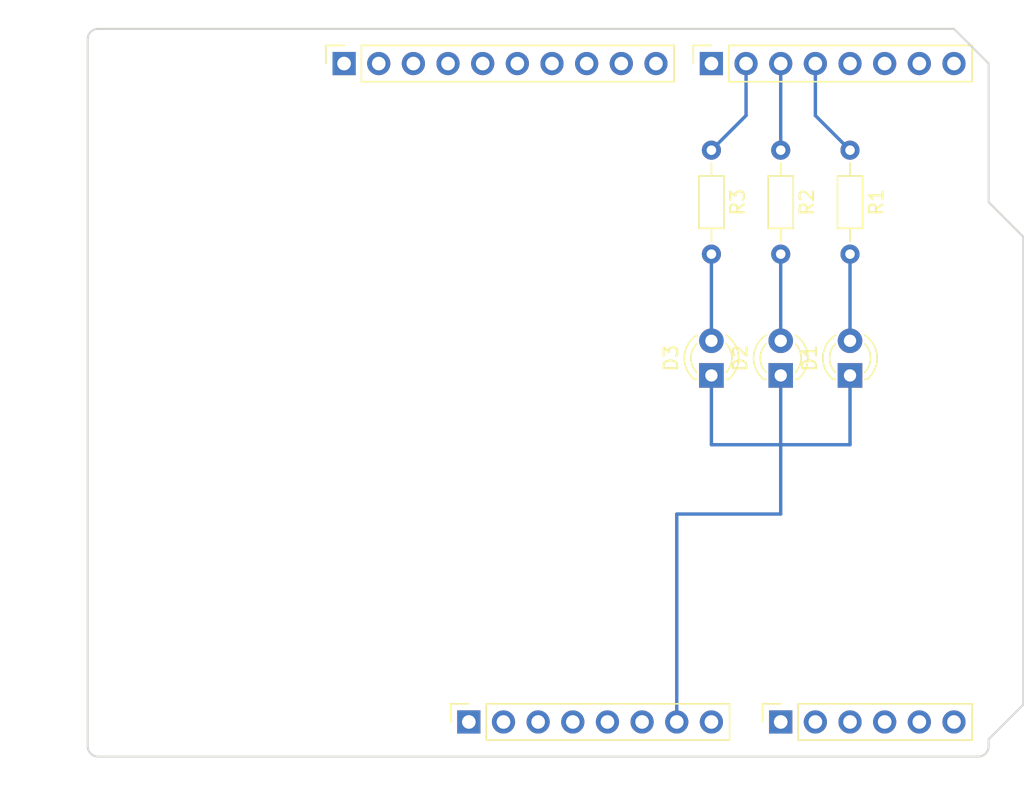
<source format=kicad_pcb>
(kicad_pcb (version 20221018) (generator pcbnew)
  (title_block (date "mar. 31 mars 2015"))
  (layers (0 "F.Cu" signal) (31 "B.Cu" signal) (34 "B.Paste" user) (35 "F.Paste" user) (36 "B.SilkS" user "B.Silkscreen") (37 "F.SilkS" user "F.Silkscreen") (38 "B.Mask" user) (39 "F.Mask" user) (44 "Edge.Cuts" user))
  (net 0 "")
  (net 1 "GND")
  (net 3 "+5V")
  (net 4 "/IOREF")
  (net 5 "/A0")
  (net 6 "/A1")
  (net 7 "/A2")
  (net 8 "/A3")
  (net 9 "/SDA{slash}A4")
  (net 10 "/SCL{slash}A5")
  (net 11 "/13")
  (net 12 "/12")
  (net 13 "/AREF")
  (net 14 "/8")
  (net 15 "/7")
  (net 16 "/*11")
  (net 17 "/*10")
  (net 18 "/*9")
  (net 19 "/4")
  (net 20 "/2")
  (net 21 "/*6")
  (net 22 "/*5")
  (net 23 "/TX{slash}1")
  (net 24 "/*3")
  (net 25 "/RX{slash}0")
  (net 26 "+3V3")
  (net 27 "VCC")
  (net 28 "/~{RESET}")
  (net 29 "Net-(D1-A)")
  (net 30 "Net-(D2-A)")
  (net 31 "Net-(D3-A)")
  (footprint "Connector_PinSocket_2.54mm:PinSocket_1x08_P2.54mm_Vertical" (layer "F.Cu") (at 127.94 97.46 90)
    (fp_text reference "J1" hide)
    (fp_text value "Power")
    (fp_line (start -1.33 1.27) (end -1.33 19.11) (stroke (width 0.12)) (layer "F.SilkS"))
    (fp_line (start -1.33 1.27) (end 1.33 1.27) (stroke (width 0.12)) (layer "F.SilkS"))
    (fp_line (start -1.33 19.11) (end 1.33 19.11) (stroke (width 0.12)) (layer "F.SilkS"))
    (fp_line (start 0 -1.33) (end 1.33 -1.33) (stroke (width 0.12)) (layer "F.SilkS"))
    (fp_line (start 1.33 -1.33) (end 1.33 0) (stroke (width 0.12)) (layer "F.SilkS"))
    (fp_line (start 1.33 1.27) (end 1.33 19.11) (stroke (width 0.12)) (layer "F.SilkS"))
    (pad "1" thru_hole rect locked (at 0 0 90) (size 1.7 1.7) (drill 1) (layers "*.Cu" "*.Mask"))
    (pad "2" thru_hole oval locked (at 0 2.54 90) (size 1.7 1.7) (drill 1) (layers "*.Cu" "*.Mask") (net 4 "/IOREF"))
    (pad "3" thru_hole oval locked (at 0 5.08 90) (size 1.7 1.7) (drill 1) (layers "*.Cu" "*.Mask") (net 28 "/~{RESET}"))
    (pad "4" thru_hole oval locked (at 0 7.62 90) (size 1.7 1.7) (drill 1) (layers "*.Cu" "*.Mask") (net 26 "+3V3"))
    (pad "5" thru_hole oval locked (at 0 10.16 90) (size 1.7 1.7) (drill 1) (layers "*.Cu" "*.Mask") (net 3 "+5V"))
    (pad "6" thru_hole oval locked (at 0 12.7 90) (size 1.7 1.7) (drill 1) (layers "*.Cu" "*.Mask") (net 1 "GND"))
    (pad "7" thru_hole oval locked (at 0 15.24 90) (size 1.7 1.7) (drill 1) (layers "*.Cu" "*.Mask") (net 1 "GND"))
    (pad "8" thru_hole oval locked (at 0 17.78 90) (size 1.7 1.7) (drill 1) (layers "*.Cu" "*.Mask") (net 27 "VCC"))
  )
  (footprint "Connector_PinSocket_2.54mm:PinSocket_1x06_P2.54mm_Vertical" (layer "F.Cu") (at 150.8 97.46 90)
    (fp_text reference "J3" hide)
    (fp_text value "Analog")
    (fp_line (start -1.33 1.27) (end -1.33 14.03) (stroke (width 0.12)) (layer "F.SilkS"))
    (fp_line (start -1.33 1.27) (end 1.33 1.27) (stroke (width 0.12)) (layer "F.SilkS"))
    (fp_line (start -1.33 14.03) (end 1.33 14.03) (stroke (width 0.12)) (layer "F.SilkS"))
    (fp_line (start 0 -1.33) (end 1.33 -1.33) (stroke (width 0.12)) (layer "F.SilkS"))
    (fp_line (start 1.33 -1.33) (end 1.33 0) (stroke (width 0.12)) (layer "F.SilkS"))
    (fp_line (start 1.33 1.27) (end 1.33 14.03) (stroke (width 0.12)) (layer "F.SilkS"))
    (pad "1" thru_hole rect locked (at 0 0 90) (size 1.7 1.7) (drill 1) (layers "*.Cu" "*.Mask") (net 5 "/A0"))
    (pad "2" thru_hole oval locked (at 0 2.54 90) (size 1.7 1.7) (drill 1) (layers "*.Cu" "*.Mask") (net 6 "/A1"))
    (pad "3" thru_hole oval locked (at 0 5.08 90) (size 1.7 1.7) (drill 1) (layers "*.Cu" "*.Mask") (net 7 "/A2"))
    (pad "4" thru_hole oval locked (at 0 7.62 90) (size 1.7 1.7) (drill 1) (layers "*.Cu" "*.Mask") (net 8 "/A3"))
    (pad "5" thru_hole oval locked (at 0 10.16 90) (size 1.7 1.7) (drill 1) (layers "*.Cu" "*.Mask") (net 9 "/SDA{slash}A4"))
    (pad "6" thru_hole oval locked (at 0 12.7 90) (size 1.7 1.7) (drill 1) (layers "*.Cu" "*.Mask") (net 10 "/SCL{slash}A5"))
  )
  (footprint "Connector_PinSocket_2.54mm:PinSocket_1x10_P2.54mm_Vertical" (layer "F.Cu") (at 118.796 49.2 90)
    (fp_text reference "J2" hide)
    (fp_text value "Digital/PWM")
    (fp_line (start -1.33 1.27) (end -1.33 24.19) (stroke (width 0.12)) (layer "F.SilkS"))
    (fp_line (start -1.33 1.27) (end 1.33 1.27) (stroke (width 0.12)) (layer "F.SilkS"))
    (fp_line (start -1.33 24.19) (end 1.33 24.19) (stroke (width 0.12)) (layer "F.SilkS"))
    (fp_line (start 0 -1.33) (end 1.33 -1.33) (stroke (width 0.12)) (layer "F.SilkS"))
    (fp_line (start 1.33 -1.33) (end 1.33 0) (stroke (width 0.12)) (layer "F.SilkS"))
    (fp_line (start 1.33 1.27) (end 1.33 24.19) (stroke (width 0.12)) (layer "F.SilkS"))
    (pad "1" thru_hole rect locked (at 0 0 90) (size 1.7 1.7) (drill 1) (layers "*.Cu" "*.Mask") (net 10 "/SCL{slash}A5"))
    (pad "2" thru_hole oval locked (at 0 2.54 90) (size 1.7 1.7) (drill 1) (layers "*.Cu" "*.Mask") (net 9 "/SDA{slash}A4"))
    (pad "3" thru_hole oval locked (at 0 5.08 90) (size 1.7 1.7) (drill 1) (layers "*.Cu" "*.Mask") (net 13 "/AREF"))
    (pad "4" thru_hole oval locked (at 0 7.62 90) (size 1.7 1.7) (drill 1) (layers "*.Cu" "*.Mask") (net 1 "GND"))
    (pad "5" thru_hole oval locked (at 0 10.16 90) (size 1.7 1.7) (drill 1) (layers "*.Cu" "*.Mask") (net 11 "/13"))
    (pad "6" thru_hole oval locked (at 0 12.7 90) (size 1.7 1.7) (drill 1) (layers "*.Cu" "*.Mask") (net 12 "/12"))
    (pad "7" thru_hole oval locked (at 0 15.24 90) (size 1.7 1.7) (drill 1) (layers "*.Cu" "*.Mask") (net 16 "/*11"))
    (pad "8" thru_hole oval locked (at 0 17.78 90) (size 1.7 1.7) (drill 1) (layers "*.Cu" "*.Mask") (net 17 "/*10"))
    (pad "9" thru_hole oval locked (at 0 20.32 90) (size 1.7 1.7) (drill 1) (layers "*.Cu" "*.Mask") (net 18 "/*9"))
    (pad "10" thru_hole oval locked (at 0 22.86 90) (size 1.7 1.7) (drill 1) (layers "*.Cu" "*.Mask") (net 14 "/8"))
  )
  (footprint "Connector_PinSocket_2.54mm:PinSocket_1x08_P2.54mm_Vertical" (layer "F.Cu") (at 145.72 49.2 90)
    (fp_text reference "J4" hide)
    (fp_text value "Digital/PWM")
    (fp_line (start -1.33 1.27) (end -1.33 19.11) (stroke (width 0.12)) (layer "F.SilkS"))
    (fp_line (start -1.33 1.27) (end 1.33 1.27) (stroke (width 0.12)) (layer "F.SilkS"))
    (fp_line (start -1.33 19.11) (end 1.33 19.11) (stroke (width 0.12)) (layer "F.SilkS"))
    (fp_line (start 0 -1.33) (end 1.33 -1.33) (stroke (width 0.12)) (layer "F.SilkS"))
    (fp_line (start 1.33 -1.33) (end 1.33 0) (stroke (width 0.12)) (layer "F.SilkS"))
    (fp_line (start 1.33 1.27) (end 1.33 19.11) (stroke (width 0.12)) (layer "F.SilkS"))
    (pad "1" thru_hole rect locked (at 0 0 90) (size 1.7 1.7) (drill 1) (layers "*.Cu" "*.Mask") (net 15 "/7"))
    (pad "2" thru_hole oval locked (at 0 2.54 90) (size 1.7 1.7) (drill 1) (layers "*.Cu" "*.Mask") (net 21 "/*6"))
    (pad "3" thru_hole oval locked (at 0 5.08 90) (size 1.7 1.7) (drill 1) (layers "*.Cu" "*.Mask") (net 22 "/*5"))
    (pad "4" thru_hole oval locked (at 0 7.62 90) (size 1.7 1.7) (drill 1) (layers "*.Cu" "*.Mask") (net 19 "/4"))
    (pad "5" thru_hole oval locked (at 0 10.16 90) (size 1.7 1.7) (drill 1) (layers "*.Cu" "*.Mask") (net 24 "/*3"))
    (pad "6" thru_hole oval locked (at 0 12.7 90) (size 1.7 1.7) (drill 1) (layers "*.Cu" "*.Mask") (net 20 "/2"))
    (pad "7" thru_hole oval locked (at 0 15.24 90) (size 1.7 1.7) (drill 1) (layers "*.Cu" "*.Mask") (net 23 "/TX{slash}1"))
    (pad "8" thru_hole oval locked (at 0 17.78 90) (size 1.7 1.7) (drill 1) (layers "*.Cu" "*.Mask") (net 25 "/RX{slash}0"))
  )
  (footprint "Resistor_THT:R_Axial_DIN0204_L3.6mm_D1.6mm_P7.62mm_Horizontal" (layer "F.Cu") (at 145.72 55.55 -90)
    (fp_text reference "R3" (at 3.81 -1.92 90) (layer "F.SilkS"))
    (fp_text value "R")
    (fp_line (start 0.94 0) (end 1.89 0) (stroke (width 0.12)) (layer "F.SilkS"))
    (fp_line (start 1.89 -0.92) (end 1.89 0.92) (stroke (width 0.12)) (layer "F.SilkS"))
    (fp_line (start 1.89 0.92) (end 5.73 0.92) (stroke (width 0.12)) (layer "F.SilkS"))
    (fp_line (start 5.73 -0.92) (end 1.89 -0.92) (stroke (width 0.12)) (layer "F.SilkS"))
    (fp_line (start 5.73 0.92) (end 5.73 -0.92) (stroke (width 0.12)) (layer "F.SilkS"))
    (fp_line (start 6.68 0) (end 5.73 0) (stroke (width 0.12)) (layer "F.SilkS"))
    (pad "1" thru_hole circle (at 0 0 270) (size 1.4 1.4) (drill 0.7) (layers "*.Cu" "*.Mask") (net 21 "/*6"))
    (pad "2" thru_hole oval (at 7.62 0 270) (size 1.4 1.4) (drill 0.7) (layers "*.Cu" "*.Mask") (net 31 "Net-(D3-A)"))
  )
  (footprint "Arduino_MountingHole:MountingHole_3.2mm" (layer "F.Cu") (at 115.24 49.2)
    (fp_text reference "MH1" hide)
    (fp_text value "MountingHole_3.2mm" hide)
    (pad "" np_thru_hole circle locked (at 0 0) (size 3.2 3.2) (drill 3.2) (layers "*.Cu" "*.Mask"))
  )
  (footprint "Resistor_THT:R_Axial_DIN0204_L3.6mm_D1.6mm_P7.62mm_Horizontal" (layer "F.Cu") (at 150.8 55.55 -90)
    (fp_text reference "R2" (at 3.81 -1.92 90) (layer "F.SilkS"))
    (fp_text value "R")
    (fp_line (start 0.94 0) (end 1.89 0) (stroke (width 0.12)) (layer "F.SilkS"))
    (fp_line (start 1.89 -0.92) (end 1.89 0.92) (stroke (width 0.12)) (layer "F.SilkS"))
    (fp_line (start 1.89 0.92) (end 5.73 0.92) (stroke (width 0.12)) (layer "F.SilkS"))
    (fp_line (start 5.73 -0.92) (end 1.89 -0.92) (stroke (width 0.12)) (layer "F.SilkS"))
    (fp_line (start 5.73 0.92) (end 5.73 -0.92) (stroke (width 0.12)) (layer "F.SilkS"))
    (fp_line (start 6.68 0) (end 5.73 0) (stroke (width 0.12)) (layer "F.SilkS"))
    (pad "1" thru_hole circle (at 0 0 270) (size 1.4 1.4) (drill 0.7) (layers "*.Cu" "*.Mask") (net 22 "/*5"))
    (pad "2" thru_hole oval (at 7.62 0 270) (size 1.4 1.4) (drill 0.7) (layers "*.Cu" "*.Mask") (net 30 "Net-(D2-A)"))
  )
  (footprint "LED_THT:LED_D3.0mm" (layer "F.Cu") (at 145.72 72.06 90)
    (fp_text reference "D3" (at 1.27 -2.96 90) (layer "F.SilkS"))
    (fp_text value "LED")
    (fp_line (start -0.29 -1.236) (end -0.29 -1.08) (stroke (width 0.12)) (layer "F.SilkS"))
    (fp_line (start -0.29 1.08) (end -0.29 1.236) (stroke (width 0.12)) (layer "F.SilkS"))
    (fp_arc (start -0.29 -1.235516) (mid 1.366487 -1.987659) (end 2.942335 -1.078608) (stroke (width 0.12)) (layer "F.SilkS"))
    (fp_arc (start 0.229039 -1.08) (mid 1.270117 -1.5) (end 2.31113 -1.079837) (stroke (width 0.12)) (layer "F.SilkS"))
    (fp_arc (start 2.31113 1.079837) (mid 1.270117 1.5) (end 0.229039 1.08) (stroke (width 0.12)) (layer "F.SilkS"))
    (fp_arc (start 2.942335 1.078608) (mid 1.366487 1.987659) (end -0.29 1.235516) (stroke (width 0.12)) (layer "F.SilkS"))
    (pad "1" thru_hole rect (at 0 0 90) (size 1.8 1.8) (drill 0.9) (layers "*.Cu" "*.Mask") (net 1 "GND"))
    (pad "2" thru_hole circle (at 2.54 0 90) (size 1.8 1.8) (drill 0.9) (layers "*.Cu" "*.Mask") (net 31 "Net-(D3-A)"))
  )
  (footprint "Arduino_MountingHole:MountingHole_3.2mm" (layer "F.Cu") (at 113.97 97.46)
    (fp_text reference "MH2" hide)
    (fp_text value "MountingHole_3.2mm" hide)
    (pad "" np_thru_hole circle locked (at 0 0) (size 3.2 3.2) (drill 3.2) (layers "*.Cu" "*.Mask"))
  )
  (footprint "LED_THT:LED_D3.0mm" (layer "F.Cu") (at 155.88 72.06 90)
    (fp_text reference "D1" (at 1.27 -2.96 90) (layer "F.SilkS"))
    (fp_text value "LED")
    (fp_line (start -0.29 -1.236) (end -0.29 -1.08) (stroke (width 0.12)) (layer "F.SilkS"))
    (fp_line (start -0.29 1.08) (end -0.29 1.236) (stroke (width 0.12)) (layer "F.SilkS"))
    (fp_arc (start -0.29 -1.235516) (mid 1.366487 -1.987659) (end 2.942335 -1.078608) (stroke (width 0.12)) (layer "F.SilkS"))
    (fp_arc (start 0.229039 -1.08) (mid 1.270117 -1.5) (end 2.31113 -1.079837) (stroke (width 0.12)) (layer "F.SilkS"))
    (fp_arc (start 2.31113 1.079837) (mid 1.270117 1.5) (end 0.229039 1.08) (stroke (width 0.12)) (layer "F.SilkS"))
    (fp_arc (start 2.942335 1.078608) (mid 1.366487 1.987659) (end -0.29 1.235516) (stroke (width 0.12)) (layer "F.SilkS"))
    (pad "1" thru_hole rect (at 0 0 90) (size 1.8 1.8) (drill 0.9) (layers "*.Cu" "*.Mask") (net 1 "GND"))
    (pad "2" thru_hole circle (at 2.54 0 90) (size 1.8 1.8) (drill 0.9) (layers "*.Cu" "*.Mask") (net 29 "Net-(D1-A)"))
  )
  (footprint "LED_THT:LED_D3.0mm" (layer "F.Cu") (at 150.8 72.06 90)
    (fp_text reference "D2" (at 1.27 -2.96 90) (layer "F.SilkS"))
    (fp_text value "LED")
    (fp_line (start -0.29 -1.236) (end -0.29 -1.08) (stroke (width 0.12)) (layer "F.SilkS"))
    (fp_line (start -0.29 1.08) (end -0.29 1.236) (stroke (width 0.12)) (layer "F.SilkS"))
    (fp_arc (start -0.29 -1.235516) (mid 1.366487 -1.987659) (end 2.942335 -1.078608) (stroke (width 0.12)) (layer "F.SilkS"))
    (fp_arc (start 0.229039 -1.08) (mid 1.270117 -1.5) (end 2.31113 -1.079837) (stroke (width 0.12)) (layer "F.SilkS"))
    (fp_arc (start 2.31113 1.079837) (mid 1.270117 1.5) (end 0.229039 1.08) (stroke (width 0.12)) (layer "F.SilkS"))
    (fp_arc (start 2.942335 1.078608) (mid 1.366487 1.987659) (end -0.29 1.235516) (stroke (width 0.12)) (layer "F.SilkS"))
    (pad "1" thru_hole rect (at 0 0 90) (size 1.8 1.8) (drill 0.9) (layers "*.Cu" "*.Mask") (net 1 "GND"))
    (pad "2" thru_hole circle (at 2.54 0 90) (size 1.8 1.8) (drill 0.9) (layers "*.Cu" "*.Mask") (net 30 "Net-(D2-A)"))
  )
  (footprint "Arduino_MountingHole:MountingHole_3.2mm" (layer "F.Cu") (at 166.04 64.44)
    (fp_text reference "MH3" hide)
    (fp_text value "MountingHole_3.2mm" hide)
    (pad "" np_thru_hole circle locked (at 0 0) (size 3.2 3.2) (drill 3.2) (layers "*.Cu" "*.Mask"))
  )
  (footprint "Arduino_MountingHole:MountingHole_3.2mm" (layer "F.Cu") (at 166.04 92.38)
    (fp_text reference "MH4" hide)
    (fp_text value "MountingHole_3.2mm" hide)
    (pad "" np_thru_hole circle locked (at 0 0) (size 3.2 3.2) (drill 3.2) (layers "*.Cu" "*.Mask"))
  )
  (footprint "Resistor_THT:R_Axial_DIN0204_L3.6mm_D1.6mm_P7.62mm_Horizontal" (layer "F.Cu") (at 155.88 55.55 -90)
    (fp_text reference "R1" (at 3.81 -1.92 90) (layer "F.SilkS"))
    (fp_text value "R")
    (fp_line (start 0.94 0) (end 1.89 0) (stroke (width 0.12)) (layer "F.SilkS"))
    (fp_line (start 1.89 -0.92) (end 1.89 0.92) (stroke (width 0.12)) (layer "F.SilkS"))
    (fp_line (start 1.89 0.92) (end 5.73 0.92) (stroke (width 0.12)) (layer "F.SilkS"))
    (fp_line (start 5.73 -0.92) (end 1.89 -0.92) (stroke (width 0.12)) (layer "F.SilkS"))
    (fp_line (start 5.73 0.92) (end 5.73 -0.92) (stroke (width 0.12)) (layer "F.SilkS"))
    (fp_line (start 6.68 0) (end 5.73 0) (stroke (width 0.12)) (layer "F.SilkS"))
    (pad "1" thru_hole circle (at 0 0 270) (size 1.4 1.4) (drill 0.7) (layers "*.Cu" "*.Mask") (net 19 "/4"))
    (pad "2" thru_hole oval (at 7.62 0 270) (size 1.4 1.4) (drill 0.7) (layers "*.Cu" "*.Mask") (net 29 "Net-(D1-A)"))
  )
  (gr_line (start 166.04 59.36) (end 168.58 61.9) (stroke (width 0.15)) (layer "Edge.Cuts"))
  (gr_line (start 100 99.238) (end 100 47.422) (stroke (width 0.15)) (layer "Edge.Cuts"))
  (gr_line (start 168.58 61.9) (end 168.58 96.19) (stroke (width 0.15)) (layer "Edge.Cuts"))
  (gr_line (start 165.278 100) (end 100.762 100) (stroke (width 0.15)) (layer "Edge.Cuts"))
  (gr_line (start 100.762 46.66) (end 163.5 46.66) (stroke (width 0.15)) (layer "Edge.Cuts"))
  (gr_arc (start 100.762 100) (mid 100.223185 99.776815) (end 100 99.238) (stroke (width 0.15)) (layer "Edge.Cuts"))
  (gr_line (start 168.58 96.19) (end 166.04 98.73) (stroke (width 0.15)) (layer "Edge.Cuts"))
  (gr_line (start 163.5 46.66) (end 166.04 49.2) (stroke (width 0.15)) (layer "Edge.Cuts"))
  (gr_arc (start 166.04 99.238) (mid 165.816815 99.776815) (end 165.278 100) (stroke (width 0.15)) (layer "Edge.Cuts"))
  (gr_line (start 166.04 49.2) (end 166.04 59.36) (stroke (width 0.15)) (layer "Edge.Cuts"))
  (gr_line (start 166.04 98.73) (end 166.04 99.238) (stroke (width 0.15)) (layer "Edge.Cuts"))
  (gr_arc (start 100 47.422) (mid 100.223185 46.883185) (end 100.762 46.66) (stroke (width 0.15)) (layer "Edge.Cuts"))
  (segment (start 150.8 77.14) (end 150.8 82.22) (width 0.25) (layer "B.Cu") (net 1))
  (segment (start 155.88 77.14) (end 155.88 72.06) (width 0.25) (layer "B.Cu") (net 1))
  (segment (start 145.72 77.14) (end 150.8 77.14) (width 0.25) (layer "B.Cu") (net 1))
  (segment (start 150.8 77.14) (end 155.88 77.14) (width 0.25) (layer "B.Cu") (net 1))
  (segment (start 150.8 72.06) (end 150.8 77.14) (width 0.25) (layer "B.Cu") (net 1))
  (segment (start 145.72 77.14) (end 145.72 72.06) (width 0.25) (layer "B.Cu") (net 1))
  (segment (start 143.18 97.46) (end 143.18 82.22) (width 0.25) (layer "B.Cu") (net 1))
  (segment (start 150.8 82.22) (end 143.18 82.22) (width 0.25) (layer "B.Cu") (net 1))
  (segment (start 155.88 55.55) (end 153.34 53.01) (width 0.25) (layer "B.Cu") (net 19))
  (segment (start 153.34 53.01) (end 153.34 49.2) (width 0.25) (layer "B.Cu") (net 19))
  (segment (start 145.72 55.55) (end 148.26 53.01) (width 0.25) (layer "B.Cu") (net 21))
  (segment (start 148.26 53.01) (end 148.26 49.2) (width 0.25) (layer "B.Cu") (net 21))
  (segment (start 150.8 55.55) (end 150.8 49.2) (width 0.25) (layer "B.Cu") (net 22))
  (segment (start 155.88 63.17) (end 155.88 69.52) (width 0.25) (layer "B.Cu") (net 29))
  (segment (start 150.8 63.17) (end 150.8 69.52) (width 0.25) (layer "B.Cu") (net 30))
  (segment (start 145.72 63.17) (end 145.72 69.52) (width 0.25) (layer "B.Cu") (net 31))
)
</source>
